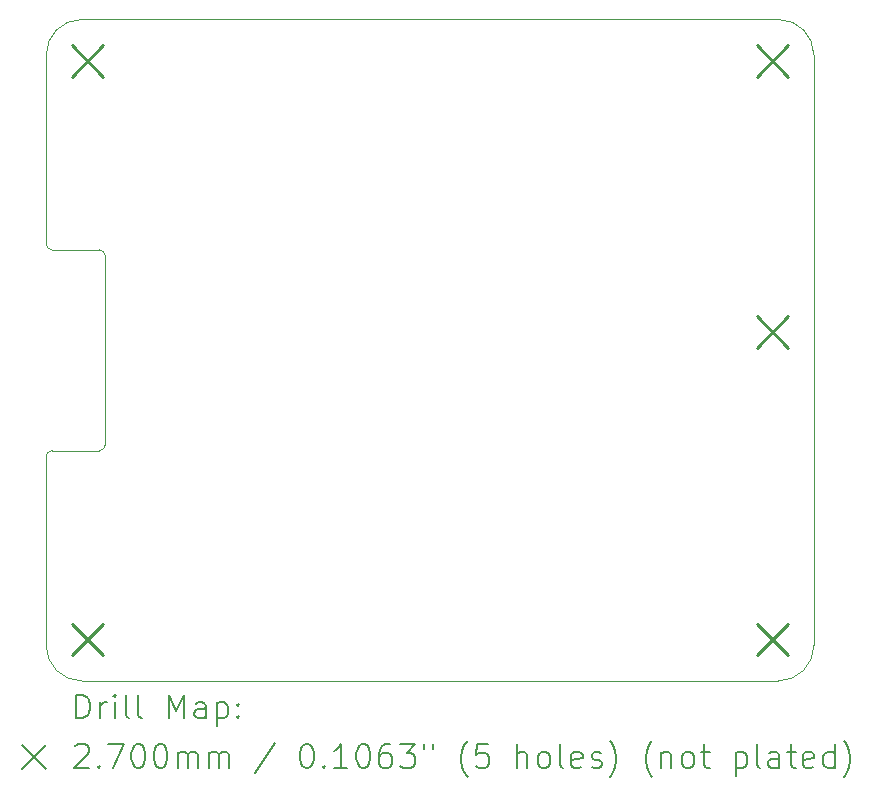
<source format=gbr>
%TF.GenerationSoftware,KiCad,Pcbnew,8.0.1-8.0.1-1~ubuntu22.04.1*%
%TF.CreationDate,2024-05-03T16:20:49-07:00*%
%TF.ProjectId,pifire-main-module-nopwr,70696669-7265-42d6-9d61-696e2d6d6f64,rev?*%
%TF.SameCoordinates,Original*%
%TF.FileFunction,Drillmap*%
%TF.FilePolarity,Positive*%
%FSLAX45Y45*%
G04 Gerber Fmt 4.5, Leading zero omitted, Abs format (unit mm)*
G04 Created by KiCad (PCBNEW 8.0.1-8.0.1-1~ubuntu22.04.1) date 2024-05-03 16:20:49*
%MOMM*%
%LPD*%
G01*
G04 APERTURE LIST*
%ADD10C,0.100000*%
%ADD11C,0.200000*%
%ADD12C,0.270000*%
G04 APERTURE END LIST*
D10*
X10050000Y-6350000D02*
G75*
G02*
X10000000Y-6300000I0J50000D01*
G01*
X16200000Y-4400000D02*
G75*
G02*
X16500000Y-4700000I0J-300000D01*
G01*
X16500000Y-9700000D02*
X16500000Y-4700000D01*
X10000000Y-4700000D02*
X10000000Y-6300000D01*
X10300000Y-10000000D02*
G75*
G02*
X10000000Y-9700000I0J300000D01*
G01*
X10300000Y-10000000D02*
X16200000Y-10000000D01*
X10450000Y-8050000D02*
X10050000Y-8050000D01*
X10000000Y-8100000D02*
G75*
G02*
X10049913Y-8050000I50000J0D01*
G01*
X16500000Y-9700000D02*
G75*
G02*
X16200000Y-10000000I-300000J0D01*
G01*
X10500000Y-6400000D02*
X10500000Y-8000000D01*
X10000000Y-4700000D02*
G75*
G02*
X10300000Y-4400000I300000J0D01*
G01*
X10000000Y-8100000D02*
X10000000Y-9700000D01*
X10050000Y-6350000D02*
X10450000Y-6350000D01*
X10500000Y-8000000D02*
G75*
G02*
X10450000Y-8050000I-50000J0D01*
G01*
X10450000Y-6350000D02*
G75*
G02*
X10500000Y-6400000I0J-50000D01*
G01*
X16200000Y-4400000D02*
X10300000Y-4400000D01*
D11*
D12*
X10215000Y-4615000D02*
X10485000Y-4885000D01*
X10485000Y-4615000D02*
X10215000Y-4885000D01*
X10215000Y-9515000D02*
X10485000Y-9785000D01*
X10485000Y-9515000D02*
X10215000Y-9785000D01*
X16015000Y-4615000D02*
X16285000Y-4885000D01*
X16285000Y-4615000D02*
X16015000Y-4885000D01*
X16015000Y-6915000D02*
X16285000Y-7185000D01*
X16285000Y-6915000D02*
X16015000Y-7185000D01*
X16015000Y-9515000D02*
X16285000Y-9785000D01*
X16285000Y-9515000D02*
X16015000Y-9785000D01*
D11*
X10255777Y-10316484D02*
X10255777Y-10116484D01*
X10255777Y-10116484D02*
X10303396Y-10116484D01*
X10303396Y-10116484D02*
X10331967Y-10126008D01*
X10331967Y-10126008D02*
X10351015Y-10145055D01*
X10351015Y-10145055D02*
X10360539Y-10164103D01*
X10360539Y-10164103D02*
X10370063Y-10202198D01*
X10370063Y-10202198D02*
X10370063Y-10230770D01*
X10370063Y-10230770D02*
X10360539Y-10268865D01*
X10360539Y-10268865D02*
X10351015Y-10287912D01*
X10351015Y-10287912D02*
X10331967Y-10306960D01*
X10331967Y-10306960D02*
X10303396Y-10316484D01*
X10303396Y-10316484D02*
X10255777Y-10316484D01*
X10455777Y-10316484D02*
X10455777Y-10183150D01*
X10455777Y-10221246D02*
X10465301Y-10202198D01*
X10465301Y-10202198D02*
X10474824Y-10192674D01*
X10474824Y-10192674D02*
X10493872Y-10183150D01*
X10493872Y-10183150D02*
X10512920Y-10183150D01*
X10579586Y-10316484D02*
X10579586Y-10183150D01*
X10579586Y-10116484D02*
X10570063Y-10126008D01*
X10570063Y-10126008D02*
X10579586Y-10135531D01*
X10579586Y-10135531D02*
X10589110Y-10126008D01*
X10589110Y-10126008D02*
X10579586Y-10116484D01*
X10579586Y-10116484D02*
X10579586Y-10135531D01*
X10703396Y-10316484D02*
X10684348Y-10306960D01*
X10684348Y-10306960D02*
X10674824Y-10287912D01*
X10674824Y-10287912D02*
X10674824Y-10116484D01*
X10808158Y-10316484D02*
X10789110Y-10306960D01*
X10789110Y-10306960D02*
X10779586Y-10287912D01*
X10779586Y-10287912D02*
X10779586Y-10116484D01*
X11036729Y-10316484D02*
X11036729Y-10116484D01*
X11036729Y-10116484D02*
X11103396Y-10259341D01*
X11103396Y-10259341D02*
X11170063Y-10116484D01*
X11170063Y-10116484D02*
X11170063Y-10316484D01*
X11351015Y-10316484D02*
X11351015Y-10211722D01*
X11351015Y-10211722D02*
X11341491Y-10192674D01*
X11341491Y-10192674D02*
X11322443Y-10183150D01*
X11322443Y-10183150D02*
X11284348Y-10183150D01*
X11284348Y-10183150D02*
X11265301Y-10192674D01*
X11351015Y-10306960D02*
X11331967Y-10316484D01*
X11331967Y-10316484D02*
X11284348Y-10316484D01*
X11284348Y-10316484D02*
X11265301Y-10306960D01*
X11265301Y-10306960D02*
X11255777Y-10287912D01*
X11255777Y-10287912D02*
X11255777Y-10268865D01*
X11255777Y-10268865D02*
X11265301Y-10249817D01*
X11265301Y-10249817D02*
X11284348Y-10240293D01*
X11284348Y-10240293D02*
X11331967Y-10240293D01*
X11331967Y-10240293D02*
X11351015Y-10230770D01*
X11446253Y-10183150D02*
X11446253Y-10383150D01*
X11446253Y-10192674D02*
X11465301Y-10183150D01*
X11465301Y-10183150D02*
X11503396Y-10183150D01*
X11503396Y-10183150D02*
X11522443Y-10192674D01*
X11522443Y-10192674D02*
X11531967Y-10202198D01*
X11531967Y-10202198D02*
X11541491Y-10221246D01*
X11541491Y-10221246D02*
X11541491Y-10278389D01*
X11541491Y-10278389D02*
X11531967Y-10297436D01*
X11531967Y-10297436D02*
X11522443Y-10306960D01*
X11522443Y-10306960D02*
X11503396Y-10316484D01*
X11503396Y-10316484D02*
X11465301Y-10316484D01*
X11465301Y-10316484D02*
X11446253Y-10306960D01*
X11627205Y-10297436D02*
X11636729Y-10306960D01*
X11636729Y-10306960D02*
X11627205Y-10316484D01*
X11627205Y-10316484D02*
X11617682Y-10306960D01*
X11617682Y-10306960D02*
X11627205Y-10297436D01*
X11627205Y-10297436D02*
X11627205Y-10316484D01*
X11627205Y-10192674D02*
X11636729Y-10202198D01*
X11636729Y-10202198D02*
X11627205Y-10211722D01*
X11627205Y-10211722D02*
X11617682Y-10202198D01*
X11617682Y-10202198D02*
X11627205Y-10192674D01*
X11627205Y-10192674D02*
X11627205Y-10211722D01*
X9795000Y-10545000D02*
X9995000Y-10745000D01*
X9995000Y-10545000D02*
X9795000Y-10745000D01*
X10246253Y-10555531D02*
X10255777Y-10546008D01*
X10255777Y-10546008D02*
X10274824Y-10536484D01*
X10274824Y-10536484D02*
X10322444Y-10536484D01*
X10322444Y-10536484D02*
X10341491Y-10546008D01*
X10341491Y-10546008D02*
X10351015Y-10555531D01*
X10351015Y-10555531D02*
X10360539Y-10574579D01*
X10360539Y-10574579D02*
X10360539Y-10593627D01*
X10360539Y-10593627D02*
X10351015Y-10622198D01*
X10351015Y-10622198D02*
X10236729Y-10736484D01*
X10236729Y-10736484D02*
X10360539Y-10736484D01*
X10446253Y-10717436D02*
X10455777Y-10726960D01*
X10455777Y-10726960D02*
X10446253Y-10736484D01*
X10446253Y-10736484D02*
X10436729Y-10726960D01*
X10436729Y-10726960D02*
X10446253Y-10717436D01*
X10446253Y-10717436D02*
X10446253Y-10736484D01*
X10522444Y-10536484D02*
X10655777Y-10536484D01*
X10655777Y-10536484D02*
X10570063Y-10736484D01*
X10770063Y-10536484D02*
X10789110Y-10536484D01*
X10789110Y-10536484D02*
X10808158Y-10546008D01*
X10808158Y-10546008D02*
X10817682Y-10555531D01*
X10817682Y-10555531D02*
X10827205Y-10574579D01*
X10827205Y-10574579D02*
X10836729Y-10612674D01*
X10836729Y-10612674D02*
X10836729Y-10660293D01*
X10836729Y-10660293D02*
X10827205Y-10698389D01*
X10827205Y-10698389D02*
X10817682Y-10717436D01*
X10817682Y-10717436D02*
X10808158Y-10726960D01*
X10808158Y-10726960D02*
X10789110Y-10736484D01*
X10789110Y-10736484D02*
X10770063Y-10736484D01*
X10770063Y-10736484D02*
X10751015Y-10726960D01*
X10751015Y-10726960D02*
X10741491Y-10717436D01*
X10741491Y-10717436D02*
X10731967Y-10698389D01*
X10731967Y-10698389D02*
X10722444Y-10660293D01*
X10722444Y-10660293D02*
X10722444Y-10612674D01*
X10722444Y-10612674D02*
X10731967Y-10574579D01*
X10731967Y-10574579D02*
X10741491Y-10555531D01*
X10741491Y-10555531D02*
X10751015Y-10546008D01*
X10751015Y-10546008D02*
X10770063Y-10536484D01*
X10960539Y-10536484D02*
X10979586Y-10536484D01*
X10979586Y-10536484D02*
X10998634Y-10546008D01*
X10998634Y-10546008D02*
X11008158Y-10555531D01*
X11008158Y-10555531D02*
X11017682Y-10574579D01*
X11017682Y-10574579D02*
X11027205Y-10612674D01*
X11027205Y-10612674D02*
X11027205Y-10660293D01*
X11027205Y-10660293D02*
X11017682Y-10698389D01*
X11017682Y-10698389D02*
X11008158Y-10717436D01*
X11008158Y-10717436D02*
X10998634Y-10726960D01*
X10998634Y-10726960D02*
X10979586Y-10736484D01*
X10979586Y-10736484D02*
X10960539Y-10736484D01*
X10960539Y-10736484D02*
X10941491Y-10726960D01*
X10941491Y-10726960D02*
X10931967Y-10717436D01*
X10931967Y-10717436D02*
X10922444Y-10698389D01*
X10922444Y-10698389D02*
X10912920Y-10660293D01*
X10912920Y-10660293D02*
X10912920Y-10612674D01*
X10912920Y-10612674D02*
X10922444Y-10574579D01*
X10922444Y-10574579D02*
X10931967Y-10555531D01*
X10931967Y-10555531D02*
X10941491Y-10546008D01*
X10941491Y-10546008D02*
X10960539Y-10536484D01*
X11112920Y-10736484D02*
X11112920Y-10603150D01*
X11112920Y-10622198D02*
X11122444Y-10612674D01*
X11122444Y-10612674D02*
X11141491Y-10603150D01*
X11141491Y-10603150D02*
X11170063Y-10603150D01*
X11170063Y-10603150D02*
X11189110Y-10612674D01*
X11189110Y-10612674D02*
X11198634Y-10631722D01*
X11198634Y-10631722D02*
X11198634Y-10736484D01*
X11198634Y-10631722D02*
X11208158Y-10612674D01*
X11208158Y-10612674D02*
X11227205Y-10603150D01*
X11227205Y-10603150D02*
X11255777Y-10603150D01*
X11255777Y-10603150D02*
X11274824Y-10612674D01*
X11274824Y-10612674D02*
X11284348Y-10631722D01*
X11284348Y-10631722D02*
X11284348Y-10736484D01*
X11379586Y-10736484D02*
X11379586Y-10603150D01*
X11379586Y-10622198D02*
X11389110Y-10612674D01*
X11389110Y-10612674D02*
X11408158Y-10603150D01*
X11408158Y-10603150D02*
X11436729Y-10603150D01*
X11436729Y-10603150D02*
X11455777Y-10612674D01*
X11455777Y-10612674D02*
X11465301Y-10631722D01*
X11465301Y-10631722D02*
X11465301Y-10736484D01*
X11465301Y-10631722D02*
X11474824Y-10612674D01*
X11474824Y-10612674D02*
X11493872Y-10603150D01*
X11493872Y-10603150D02*
X11522443Y-10603150D01*
X11522443Y-10603150D02*
X11541491Y-10612674D01*
X11541491Y-10612674D02*
X11551015Y-10631722D01*
X11551015Y-10631722D02*
X11551015Y-10736484D01*
X11941491Y-10526960D02*
X11770063Y-10784103D01*
X12198634Y-10536484D02*
X12217682Y-10536484D01*
X12217682Y-10536484D02*
X12236729Y-10546008D01*
X12236729Y-10546008D02*
X12246253Y-10555531D01*
X12246253Y-10555531D02*
X12255777Y-10574579D01*
X12255777Y-10574579D02*
X12265301Y-10612674D01*
X12265301Y-10612674D02*
X12265301Y-10660293D01*
X12265301Y-10660293D02*
X12255777Y-10698389D01*
X12255777Y-10698389D02*
X12246253Y-10717436D01*
X12246253Y-10717436D02*
X12236729Y-10726960D01*
X12236729Y-10726960D02*
X12217682Y-10736484D01*
X12217682Y-10736484D02*
X12198634Y-10736484D01*
X12198634Y-10736484D02*
X12179586Y-10726960D01*
X12179586Y-10726960D02*
X12170063Y-10717436D01*
X12170063Y-10717436D02*
X12160539Y-10698389D01*
X12160539Y-10698389D02*
X12151015Y-10660293D01*
X12151015Y-10660293D02*
X12151015Y-10612674D01*
X12151015Y-10612674D02*
X12160539Y-10574579D01*
X12160539Y-10574579D02*
X12170063Y-10555531D01*
X12170063Y-10555531D02*
X12179586Y-10546008D01*
X12179586Y-10546008D02*
X12198634Y-10536484D01*
X12351015Y-10717436D02*
X12360539Y-10726960D01*
X12360539Y-10726960D02*
X12351015Y-10736484D01*
X12351015Y-10736484D02*
X12341491Y-10726960D01*
X12341491Y-10726960D02*
X12351015Y-10717436D01*
X12351015Y-10717436D02*
X12351015Y-10736484D01*
X12551015Y-10736484D02*
X12436729Y-10736484D01*
X12493872Y-10736484D02*
X12493872Y-10536484D01*
X12493872Y-10536484D02*
X12474825Y-10565055D01*
X12474825Y-10565055D02*
X12455777Y-10584103D01*
X12455777Y-10584103D02*
X12436729Y-10593627D01*
X12674825Y-10536484D02*
X12693872Y-10536484D01*
X12693872Y-10536484D02*
X12712920Y-10546008D01*
X12712920Y-10546008D02*
X12722444Y-10555531D01*
X12722444Y-10555531D02*
X12731967Y-10574579D01*
X12731967Y-10574579D02*
X12741491Y-10612674D01*
X12741491Y-10612674D02*
X12741491Y-10660293D01*
X12741491Y-10660293D02*
X12731967Y-10698389D01*
X12731967Y-10698389D02*
X12722444Y-10717436D01*
X12722444Y-10717436D02*
X12712920Y-10726960D01*
X12712920Y-10726960D02*
X12693872Y-10736484D01*
X12693872Y-10736484D02*
X12674825Y-10736484D01*
X12674825Y-10736484D02*
X12655777Y-10726960D01*
X12655777Y-10726960D02*
X12646253Y-10717436D01*
X12646253Y-10717436D02*
X12636729Y-10698389D01*
X12636729Y-10698389D02*
X12627206Y-10660293D01*
X12627206Y-10660293D02*
X12627206Y-10612674D01*
X12627206Y-10612674D02*
X12636729Y-10574579D01*
X12636729Y-10574579D02*
X12646253Y-10555531D01*
X12646253Y-10555531D02*
X12655777Y-10546008D01*
X12655777Y-10546008D02*
X12674825Y-10536484D01*
X12912920Y-10536484D02*
X12874825Y-10536484D01*
X12874825Y-10536484D02*
X12855777Y-10546008D01*
X12855777Y-10546008D02*
X12846253Y-10555531D01*
X12846253Y-10555531D02*
X12827206Y-10584103D01*
X12827206Y-10584103D02*
X12817682Y-10622198D01*
X12817682Y-10622198D02*
X12817682Y-10698389D01*
X12817682Y-10698389D02*
X12827206Y-10717436D01*
X12827206Y-10717436D02*
X12836729Y-10726960D01*
X12836729Y-10726960D02*
X12855777Y-10736484D01*
X12855777Y-10736484D02*
X12893872Y-10736484D01*
X12893872Y-10736484D02*
X12912920Y-10726960D01*
X12912920Y-10726960D02*
X12922444Y-10717436D01*
X12922444Y-10717436D02*
X12931967Y-10698389D01*
X12931967Y-10698389D02*
X12931967Y-10650770D01*
X12931967Y-10650770D02*
X12922444Y-10631722D01*
X12922444Y-10631722D02*
X12912920Y-10622198D01*
X12912920Y-10622198D02*
X12893872Y-10612674D01*
X12893872Y-10612674D02*
X12855777Y-10612674D01*
X12855777Y-10612674D02*
X12836729Y-10622198D01*
X12836729Y-10622198D02*
X12827206Y-10631722D01*
X12827206Y-10631722D02*
X12817682Y-10650770D01*
X12998634Y-10536484D02*
X13122444Y-10536484D01*
X13122444Y-10536484D02*
X13055777Y-10612674D01*
X13055777Y-10612674D02*
X13084348Y-10612674D01*
X13084348Y-10612674D02*
X13103396Y-10622198D01*
X13103396Y-10622198D02*
X13112920Y-10631722D01*
X13112920Y-10631722D02*
X13122444Y-10650770D01*
X13122444Y-10650770D02*
X13122444Y-10698389D01*
X13122444Y-10698389D02*
X13112920Y-10717436D01*
X13112920Y-10717436D02*
X13103396Y-10726960D01*
X13103396Y-10726960D02*
X13084348Y-10736484D01*
X13084348Y-10736484D02*
X13027206Y-10736484D01*
X13027206Y-10736484D02*
X13008158Y-10726960D01*
X13008158Y-10726960D02*
X12998634Y-10717436D01*
X13198634Y-10536484D02*
X13198634Y-10574579D01*
X13274825Y-10536484D02*
X13274825Y-10574579D01*
X13570063Y-10812674D02*
X13560539Y-10803150D01*
X13560539Y-10803150D02*
X13541491Y-10774579D01*
X13541491Y-10774579D02*
X13531968Y-10755531D01*
X13531968Y-10755531D02*
X13522444Y-10726960D01*
X13522444Y-10726960D02*
X13512920Y-10679341D01*
X13512920Y-10679341D02*
X13512920Y-10641246D01*
X13512920Y-10641246D02*
X13522444Y-10593627D01*
X13522444Y-10593627D02*
X13531968Y-10565055D01*
X13531968Y-10565055D02*
X13541491Y-10546008D01*
X13541491Y-10546008D02*
X13560539Y-10517436D01*
X13560539Y-10517436D02*
X13570063Y-10507912D01*
X13741491Y-10536484D02*
X13646253Y-10536484D01*
X13646253Y-10536484D02*
X13636729Y-10631722D01*
X13636729Y-10631722D02*
X13646253Y-10622198D01*
X13646253Y-10622198D02*
X13665301Y-10612674D01*
X13665301Y-10612674D02*
X13712920Y-10612674D01*
X13712920Y-10612674D02*
X13731968Y-10622198D01*
X13731968Y-10622198D02*
X13741491Y-10631722D01*
X13741491Y-10631722D02*
X13751015Y-10650770D01*
X13751015Y-10650770D02*
X13751015Y-10698389D01*
X13751015Y-10698389D02*
X13741491Y-10717436D01*
X13741491Y-10717436D02*
X13731968Y-10726960D01*
X13731968Y-10726960D02*
X13712920Y-10736484D01*
X13712920Y-10736484D02*
X13665301Y-10736484D01*
X13665301Y-10736484D02*
X13646253Y-10726960D01*
X13646253Y-10726960D02*
X13636729Y-10717436D01*
X13989110Y-10736484D02*
X13989110Y-10536484D01*
X14074825Y-10736484D02*
X14074825Y-10631722D01*
X14074825Y-10631722D02*
X14065301Y-10612674D01*
X14065301Y-10612674D02*
X14046253Y-10603150D01*
X14046253Y-10603150D02*
X14017682Y-10603150D01*
X14017682Y-10603150D02*
X13998634Y-10612674D01*
X13998634Y-10612674D02*
X13989110Y-10622198D01*
X14198634Y-10736484D02*
X14179587Y-10726960D01*
X14179587Y-10726960D02*
X14170063Y-10717436D01*
X14170063Y-10717436D02*
X14160539Y-10698389D01*
X14160539Y-10698389D02*
X14160539Y-10641246D01*
X14160539Y-10641246D02*
X14170063Y-10622198D01*
X14170063Y-10622198D02*
X14179587Y-10612674D01*
X14179587Y-10612674D02*
X14198634Y-10603150D01*
X14198634Y-10603150D02*
X14227206Y-10603150D01*
X14227206Y-10603150D02*
X14246253Y-10612674D01*
X14246253Y-10612674D02*
X14255777Y-10622198D01*
X14255777Y-10622198D02*
X14265301Y-10641246D01*
X14265301Y-10641246D02*
X14265301Y-10698389D01*
X14265301Y-10698389D02*
X14255777Y-10717436D01*
X14255777Y-10717436D02*
X14246253Y-10726960D01*
X14246253Y-10726960D02*
X14227206Y-10736484D01*
X14227206Y-10736484D02*
X14198634Y-10736484D01*
X14379587Y-10736484D02*
X14360539Y-10726960D01*
X14360539Y-10726960D02*
X14351015Y-10707912D01*
X14351015Y-10707912D02*
X14351015Y-10536484D01*
X14531968Y-10726960D02*
X14512920Y-10736484D01*
X14512920Y-10736484D02*
X14474825Y-10736484D01*
X14474825Y-10736484D02*
X14455777Y-10726960D01*
X14455777Y-10726960D02*
X14446253Y-10707912D01*
X14446253Y-10707912D02*
X14446253Y-10631722D01*
X14446253Y-10631722D02*
X14455777Y-10612674D01*
X14455777Y-10612674D02*
X14474825Y-10603150D01*
X14474825Y-10603150D02*
X14512920Y-10603150D01*
X14512920Y-10603150D02*
X14531968Y-10612674D01*
X14531968Y-10612674D02*
X14541491Y-10631722D01*
X14541491Y-10631722D02*
X14541491Y-10650770D01*
X14541491Y-10650770D02*
X14446253Y-10669817D01*
X14617682Y-10726960D02*
X14636730Y-10736484D01*
X14636730Y-10736484D02*
X14674825Y-10736484D01*
X14674825Y-10736484D02*
X14693872Y-10726960D01*
X14693872Y-10726960D02*
X14703396Y-10707912D01*
X14703396Y-10707912D02*
X14703396Y-10698389D01*
X14703396Y-10698389D02*
X14693872Y-10679341D01*
X14693872Y-10679341D02*
X14674825Y-10669817D01*
X14674825Y-10669817D02*
X14646253Y-10669817D01*
X14646253Y-10669817D02*
X14627206Y-10660293D01*
X14627206Y-10660293D02*
X14617682Y-10641246D01*
X14617682Y-10641246D02*
X14617682Y-10631722D01*
X14617682Y-10631722D02*
X14627206Y-10612674D01*
X14627206Y-10612674D02*
X14646253Y-10603150D01*
X14646253Y-10603150D02*
X14674825Y-10603150D01*
X14674825Y-10603150D02*
X14693872Y-10612674D01*
X14770063Y-10812674D02*
X14779587Y-10803150D01*
X14779587Y-10803150D02*
X14798634Y-10774579D01*
X14798634Y-10774579D02*
X14808158Y-10755531D01*
X14808158Y-10755531D02*
X14817682Y-10726960D01*
X14817682Y-10726960D02*
X14827206Y-10679341D01*
X14827206Y-10679341D02*
X14827206Y-10641246D01*
X14827206Y-10641246D02*
X14817682Y-10593627D01*
X14817682Y-10593627D02*
X14808158Y-10565055D01*
X14808158Y-10565055D02*
X14798634Y-10546008D01*
X14798634Y-10546008D02*
X14779587Y-10517436D01*
X14779587Y-10517436D02*
X14770063Y-10507912D01*
X15131968Y-10812674D02*
X15122444Y-10803150D01*
X15122444Y-10803150D02*
X15103396Y-10774579D01*
X15103396Y-10774579D02*
X15093872Y-10755531D01*
X15093872Y-10755531D02*
X15084349Y-10726960D01*
X15084349Y-10726960D02*
X15074825Y-10679341D01*
X15074825Y-10679341D02*
X15074825Y-10641246D01*
X15074825Y-10641246D02*
X15084349Y-10593627D01*
X15084349Y-10593627D02*
X15093872Y-10565055D01*
X15093872Y-10565055D02*
X15103396Y-10546008D01*
X15103396Y-10546008D02*
X15122444Y-10517436D01*
X15122444Y-10517436D02*
X15131968Y-10507912D01*
X15208158Y-10603150D02*
X15208158Y-10736484D01*
X15208158Y-10622198D02*
X15217682Y-10612674D01*
X15217682Y-10612674D02*
X15236730Y-10603150D01*
X15236730Y-10603150D02*
X15265301Y-10603150D01*
X15265301Y-10603150D02*
X15284349Y-10612674D01*
X15284349Y-10612674D02*
X15293872Y-10631722D01*
X15293872Y-10631722D02*
X15293872Y-10736484D01*
X15417682Y-10736484D02*
X15398634Y-10726960D01*
X15398634Y-10726960D02*
X15389111Y-10717436D01*
X15389111Y-10717436D02*
X15379587Y-10698389D01*
X15379587Y-10698389D02*
X15379587Y-10641246D01*
X15379587Y-10641246D02*
X15389111Y-10622198D01*
X15389111Y-10622198D02*
X15398634Y-10612674D01*
X15398634Y-10612674D02*
X15417682Y-10603150D01*
X15417682Y-10603150D02*
X15446253Y-10603150D01*
X15446253Y-10603150D02*
X15465301Y-10612674D01*
X15465301Y-10612674D02*
X15474825Y-10622198D01*
X15474825Y-10622198D02*
X15484349Y-10641246D01*
X15484349Y-10641246D02*
X15484349Y-10698389D01*
X15484349Y-10698389D02*
X15474825Y-10717436D01*
X15474825Y-10717436D02*
X15465301Y-10726960D01*
X15465301Y-10726960D02*
X15446253Y-10736484D01*
X15446253Y-10736484D02*
X15417682Y-10736484D01*
X15541492Y-10603150D02*
X15617682Y-10603150D01*
X15570063Y-10536484D02*
X15570063Y-10707912D01*
X15570063Y-10707912D02*
X15579587Y-10726960D01*
X15579587Y-10726960D02*
X15598634Y-10736484D01*
X15598634Y-10736484D02*
X15617682Y-10736484D01*
X15836730Y-10603150D02*
X15836730Y-10803150D01*
X15836730Y-10612674D02*
X15855777Y-10603150D01*
X15855777Y-10603150D02*
X15893873Y-10603150D01*
X15893873Y-10603150D02*
X15912920Y-10612674D01*
X15912920Y-10612674D02*
X15922444Y-10622198D01*
X15922444Y-10622198D02*
X15931968Y-10641246D01*
X15931968Y-10641246D02*
X15931968Y-10698389D01*
X15931968Y-10698389D02*
X15922444Y-10717436D01*
X15922444Y-10717436D02*
X15912920Y-10726960D01*
X15912920Y-10726960D02*
X15893873Y-10736484D01*
X15893873Y-10736484D02*
X15855777Y-10736484D01*
X15855777Y-10736484D02*
X15836730Y-10726960D01*
X16046253Y-10736484D02*
X16027206Y-10726960D01*
X16027206Y-10726960D02*
X16017682Y-10707912D01*
X16017682Y-10707912D02*
X16017682Y-10536484D01*
X16208158Y-10736484D02*
X16208158Y-10631722D01*
X16208158Y-10631722D02*
X16198634Y-10612674D01*
X16198634Y-10612674D02*
X16179587Y-10603150D01*
X16179587Y-10603150D02*
X16141492Y-10603150D01*
X16141492Y-10603150D02*
X16122444Y-10612674D01*
X16208158Y-10726960D02*
X16189111Y-10736484D01*
X16189111Y-10736484D02*
X16141492Y-10736484D01*
X16141492Y-10736484D02*
X16122444Y-10726960D01*
X16122444Y-10726960D02*
X16112920Y-10707912D01*
X16112920Y-10707912D02*
X16112920Y-10688865D01*
X16112920Y-10688865D02*
X16122444Y-10669817D01*
X16122444Y-10669817D02*
X16141492Y-10660293D01*
X16141492Y-10660293D02*
X16189111Y-10660293D01*
X16189111Y-10660293D02*
X16208158Y-10650770D01*
X16274825Y-10603150D02*
X16351015Y-10603150D01*
X16303396Y-10536484D02*
X16303396Y-10707912D01*
X16303396Y-10707912D02*
X16312920Y-10726960D01*
X16312920Y-10726960D02*
X16331968Y-10736484D01*
X16331968Y-10736484D02*
X16351015Y-10736484D01*
X16493873Y-10726960D02*
X16474825Y-10736484D01*
X16474825Y-10736484D02*
X16436730Y-10736484D01*
X16436730Y-10736484D02*
X16417682Y-10726960D01*
X16417682Y-10726960D02*
X16408158Y-10707912D01*
X16408158Y-10707912D02*
X16408158Y-10631722D01*
X16408158Y-10631722D02*
X16417682Y-10612674D01*
X16417682Y-10612674D02*
X16436730Y-10603150D01*
X16436730Y-10603150D02*
X16474825Y-10603150D01*
X16474825Y-10603150D02*
X16493873Y-10612674D01*
X16493873Y-10612674D02*
X16503396Y-10631722D01*
X16503396Y-10631722D02*
X16503396Y-10650770D01*
X16503396Y-10650770D02*
X16408158Y-10669817D01*
X16674825Y-10736484D02*
X16674825Y-10536484D01*
X16674825Y-10726960D02*
X16655777Y-10736484D01*
X16655777Y-10736484D02*
X16617682Y-10736484D01*
X16617682Y-10736484D02*
X16598634Y-10726960D01*
X16598634Y-10726960D02*
X16589111Y-10717436D01*
X16589111Y-10717436D02*
X16579587Y-10698389D01*
X16579587Y-10698389D02*
X16579587Y-10641246D01*
X16579587Y-10641246D02*
X16589111Y-10622198D01*
X16589111Y-10622198D02*
X16598634Y-10612674D01*
X16598634Y-10612674D02*
X16617682Y-10603150D01*
X16617682Y-10603150D02*
X16655777Y-10603150D01*
X16655777Y-10603150D02*
X16674825Y-10612674D01*
X16751015Y-10812674D02*
X16760539Y-10803150D01*
X16760539Y-10803150D02*
X16779587Y-10774579D01*
X16779587Y-10774579D02*
X16789111Y-10755531D01*
X16789111Y-10755531D02*
X16798635Y-10726960D01*
X16798635Y-10726960D02*
X16808158Y-10679341D01*
X16808158Y-10679341D02*
X16808158Y-10641246D01*
X16808158Y-10641246D02*
X16798635Y-10593627D01*
X16798635Y-10593627D02*
X16789111Y-10565055D01*
X16789111Y-10565055D02*
X16779587Y-10546008D01*
X16779587Y-10546008D02*
X16760539Y-10517436D01*
X16760539Y-10517436D02*
X16751015Y-10507912D01*
M02*

</source>
